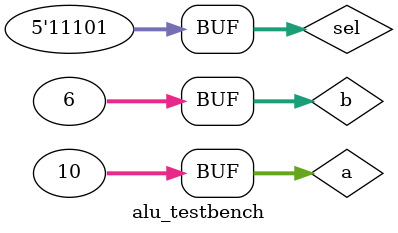
<source format=v>
`timescale 1ns / 1ps

module alu_testbench;

	reg [31:0] a,b;
	wire [31:0] out;
	reg [4:0] sel; 
	parameter ADD = 5'b00000;
	parameter SUB = 5'b00001;
	parameter AND = 5'b00100; 
	parameter OR = 5'b00101;
	parameter XOR = 5'b00110;
	parameter NAND = 5'b01100;
	parameter NOR = 5'b01101;
	parameter XNOR = 5'b01110;
	parameter MVHI = 5'b01011;
	//CMP
	parameter F = 5'b10000;
	parameter EQ = 5'b10001;
	parameter LT = 5'b10010;
	parameter LTE = 5'b10011;
	parameter T = 5'b11000;
	parameter NE = 5'b11001;
	parameter GTE = 5'b11010;
	parameter GT = 5'b11011;
	//EQZ, LTZ, LTEZ, NEZ
	parameter EQZ = 5'b10101;
	parameter LTZ = 5'b10110;
	parameter LTEZ = 5'b10111;
	parameter NEZ = 5'b11101;
	
	ALU alu_t(sel, a, b, out);
	initial begin
		a = 32'h0000000a; //10
		b = 32'h00000006; //6
		sel = ADD;
		#100
		sel = SUB;
		#100
		sel = AND;
		#100
		sel = OR;
		#100 
		sel = XOR;
		#100 
		sel = NAND;
		#100
		sel = NOR;
		#100
		sel = XNOR;
		#100
		sel = MVHI;
		#100
		sel = F;
		#100 
		sel = EQ;
		#100
		sel = LT;
		#100
		sel = LTE;
		#100
		sel = T;
		#100
		sel = NE;
		#100
		sel = GTE;
		#100
		sel = GT;
		#100
		sel = EQZ;
		#100
		sel = LTZ;
		#100
		sel = LTEZ;
		#100
		sel = NEZ;
	end
endmodule
</source>
